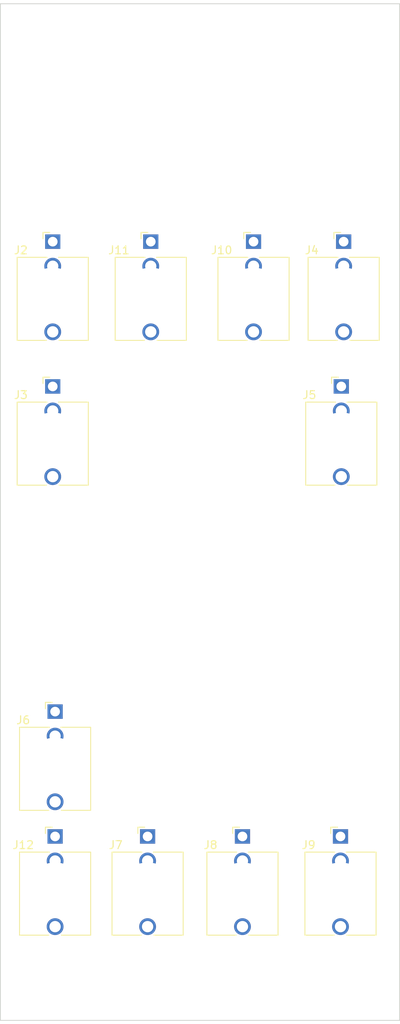
<source format=kicad_pcb>
(kicad_pcb (version 20221018) (generator pcbnew)
  (layers (0 "F.Cu" signal) (31 "B.Cu" signal) (34 "B.Paste" user) (35 "F.Paste" user) (36 "B.SilkS" user "B.Silkscreen") (37 "F.SilkS" user "F.Silkscreen") (38 "B.Mask" user) (39 "F.Mask" user) (44 "Edge.Cuts" user))
  (net 0 "")
  (net 1 "GND")
  (net 2 "Net-(J2-PadT)")
  (net 3 "Net-(J3-PadT)")
  (net 5 "Net-(J4-PadT)")
  (net 7 "Net-(J5-PadT)")
  (net 9 "Net-(J6-PadT)")
  (net 10 "Net-(J7-PadT)")
  (net 12 "Net-(J8-PadT)")
  (net 14 "Net-(J9-PadT)")
  (net 16 "Net-(J10-PadT)")
  (net 17 "Net-(J11-PadT)")
  (net 19 "Net-(J12-PadT)")
  (footprint "Connector_Audio:Jack_3.5mm_QingPu_WQP-PJ398SM_Vertical_CircularHoles" (layer "F.Cu") (at 175.8 54.72)
    (fp_text reference "J4" (at -4.03 1.08 180) (layer "F.SilkS"))
    (fp_text value "OUT2A")
    (fp_line (start -4.5 1.98) (end -4.5 12.48) (stroke (width 0.12)) (layer "F.SilkS"))
    (fp_line (start -1.23 -1.17) (end -1.23 -0.37) (stroke (width 0.12)) (layer "F.SilkS"))
    (fp_line (start -1.23 -1.17) (end -0.37 -1.17) (stroke (width 0.12)) (layer "F.SilkS"))
    (fp_line (start -0.8 12.48) (end -4.5 12.48) (stroke (width 0.12)) (layer "F.SilkS"))
    (fp_line (start -0.72 1.98) (end -4.5 1.98) (stroke (width 0.12)) (layer "F.SilkS"))
    (fp_line (start 4.5 1.98) (end 0.72 1.98) (stroke (width 0.12)) (layer "F.SilkS"))
    (fp_line (start 4.5 1.98) (end 4.5 12.48) (stroke (width 0.12)) (layer "F.SilkS"))
    (fp_line (start 4.5 12.48) (end 0.8 12.48) (stroke (width 0.12)) (layer "F.SilkS"))
    (fp_circle (center 0 6.48) (end 1.8 6.48) (stroke (width 0.12)) (fill none) (layer "F.SilkS"))
    (pad "S" thru_hole rect (at 0 0 180) (size 1.93 1.83) (drill 1.22) (layers "*.Cu" "*.Mask") (net 1 "GND"))
    (pad "T" thru_hole circle (at 0 11.4 180) (size 2.13 2.13) (drill 1.43) (layers "*.Cu" "*.Mask") (net 5 "Net-(J4-PadT)"))
    (pad "TN" thru_hole circle (at 0 3.1 180) (size 2.13 2.13) (drill 1.42) (layers "*.Cu" "*.Mask"))
  )
  (footprint "Connector_Audio:Jack_3.5mm_QingPu_WQP-PJ398SM_Vertical_CircularHoles" (layer "F.Cu") (at 139.3 114.12)
    (fp_text reference "J6" (at -4.03 1.08 180) (layer "F.SilkS"))
    (fp_text value "IN3")
    (fp_line (start -4.5 1.98) (end -4.5 12.48) (stroke (width 0.12)) (layer "F.SilkS"))
    (fp_line (start -1.23 -1.17) (end -1.23 -0.37) (stroke (width 0.12)) (layer "F.SilkS"))
    (fp_line (start -1.23 -1.17) (end -0.37 -1.17) (stroke (width 0.12)) (layer "F.SilkS"))
    (fp_line (start -0.8 12.48) (end -4.5 12.48) (stroke (width 0.12)) (layer "F.SilkS"))
    (fp_line (start -0.72 1.98) (end -4.5 1.98) (stroke (width 0.12)) (layer "F.SilkS"))
    (fp_line (start 4.5 1.98) (end 0.72 1.98) (stroke (width 0.12)) (layer "F.SilkS"))
    (fp_line (start 4.5 1.98) (end 4.5 12.48) (stroke (width 0.12)) (layer "F.SilkS"))
    (fp_line (start 4.5 12.48) (end 0.8 12.48) (stroke (width 0.12)) (layer "F.SilkS"))
    (fp_circle (center 0 6.48) (end 1.8 6.48) (stroke (width 0.12)) (fill none) (layer "F.SilkS"))
    (pad "S" thru_hole rect (at 0 0 180) (size 1.93 1.83) (drill 1.22) (layers "*.Cu" "*.Mask") (net 1 "GND"))
    (pad "T" thru_hole circle (at 0 11.4 180) (size 2.13 2.13) (drill 1.43) (layers "*.Cu" "*.Mask") (net 9 "Net-(J6-PadT)"))
    (pad "TN" thru_hole circle (at 0 3.1 180) (size 2.13 2.13) (drill 1.42) (layers "*.Cu" "*.Mask") (net 1 "GND"))
  )
  (footprint "Connector_Audio:Jack_3.5mm_QingPu_WQP-PJ398SM_Vertical_CircularHoles" (layer "F.Cu") (at 139.3 129.9)
    (fp_text reference "J12" (at -4.03 1.08 180) (layer "F.SilkS"))
    (fp_text value "OUT4C")
    (fp_line (start -4.5 1.98) (end -4.5 12.48) (stroke (width 0.12)) (layer "F.SilkS"))
    (fp_line (start -1.23 -1.17) (end -1.23 -0.37) (stroke (width 0.12)) (layer "F.SilkS"))
    (fp_line (start -1.23 -1.17) (end -0.37 -1.17) (stroke (width 0.12)) (layer "F.SilkS"))
    (fp_line (start -0.8 12.48) (end -4.5 12.48) (stroke (width 0.12)) (layer "F.SilkS"))
    (fp_line (start -0.72 1.98) (end -4.5 1.98) (stroke (width 0.12)) (layer "F.SilkS"))
    (fp_line (start 4.5 1.98) (end 0.72 1.98) (stroke (width 0.12)) (layer "F.SilkS"))
    (fp_line (start 4.5 1.98) (end 4.5 12.48) (stroke (width 0.12)) (layer "F.SilkS"))
    (fp_line (start 4.5 12.48) (end 0.8 12.48) (stroke (width 0.12)) (layer "F.SilkS"))
    (fp_circle (center 0 6.48) (end 1.8 6.48) (stroke (width 0.12)) (fill none) (layer "F.SilkS"))
    (pad "S" thru_hole rect (at 0 0 180) (size 1.93 1.83) (drill 1.22) (layers "*.Cu" "*.Mask") (net 1 "GND"))
    (pad "T" thru_hole circle (at 0 11.4 180) (size 2.13 2.13) (drill 1.43) (layers "*.Cu" "*.Mask") (net 19 "Net-(J12-PadT)"))
    (pad "TN" thru_hole circle (at 0 3.1 180) (size 2.13 2.13) (drill 1.42) (layers "*.Cu" "*.Mask"))
  )
  (footprint "Connector_Audio:Jack_3.5mm_QingPu_WQP-PJ398SM_Vertical_CircularHoles" (layer "F.Cu") (at 164.4 54.72)
    (fp_text reference "J10" (at -4.03 1.08 180) (layer "F.SilkS"))
    (fp_text value "IN1")
    (fp_line (start -4.5 1.98) (end -4.5 12.48) (stroke (width 0.12)) (layer "F.SilkS"))
    (fp_line (start -1.23 -1.17) (end -1.23 -0.37) (stroke (width 0.12)) (layer "F.SilkS"))
    (fp_line (start -1.23 -1.17) (end -0.37 -1.17) (stroke (width 0.12)) (layer "F.SilkS"))
    (fp_line (start -0.8 12.48) (end -4.5 12.48) (stroke (width 0.12)) (layer "F.SilkS"))
    (fp_line (start -0.72 1.98) (end -4.5 1.98) (stroke (width 0.12)) (layer "F.SilkS"))
    (fp_line (start 4.5 1.98) (end 0.72 1.98) (stroke (width 0.12)) (layer "F.SilkS"))
    (fp_line (start 4.5 1.98) (end 4.5 12.48) (stroke (width 0.12)) (layer "F.SilkS"))
    (fp_line (start 4.5 12.48) (end 0.8 12.48) (stroke (width 0.12)) (layer "F.SilkS"))
    (fp_circle (center 0 6.48) (end 1.8 6.48) (stroke (width 0.12)) (fill none) (layer "F.SilkS"))
    (pad "S" thru_hole rect (at 0 0 180) (size 1.93 1.83) (drill 1.22) (layers "*.Cu" "*.Mask") (net 1 "GND"))
    (pad "T" thru_hole circle (at 0 11.4 180) (size 2.13 2.13) (drill 1.43) (layers "*.Cu" "*.Mask") (net 16 "Net-(J10-PadT)"))
    (pad "TN" thru_hole circle (at 0 3.1 180) (size 2.13 2.13) (drill 1.42) (layers "*.Cu" "*.Mask") (net 1 "GND"))
  )
  (footprint "Connector_Audio:Jack_3.5mm_QingPu_WQP-PJ398SM_Vertical_CircularHoles" (layer "F.Cu") (at 151.4 54.72)
    (fp_text reference "J11" (at -4.03 1.08 180) (layer "F.SilkS"))
    (fp_text value "OUT2B")
    (fp_line (start -4.5 1.98) (end -4.5 12.48) (stroke (width 0.12)) (layer "F.SilkS"))
    (fp_line (start -1.23 -1.17) (end -1.23 -0.37) (stroke (width 0.12)) (layer "F.SilkS"))
    (fp_line (start -1.23 -1.17) (end -0.37 -1.17) (stroke (width 0.12)) (layer "F.SilkS"))
    (fp_line (start -0.8 12.48) (end -4.5 12.48) (stroke (width 0.12)) (layer "F.SilkS"))
    (fp_line (start -0.72 1.98) (end -4.5 1.98) (stroke (width 0.12)) (layer "F.SilkS"))
    (fp_line (start 4.5 1.98) (end 0.72 1.98) (stroke (width 0.12)) (layer "F.SilkS"))
    (fp_line (start 4.5 1.98) (end 4.5 12.48) (stroke (width 0.12)) (layer "F.SilkS"))
    (fp_line (start 4.5 12.48) (end 0.8 12.48) (stroke (width 0.12)) (layer "F.SilkS"))
    (fp_circle (center 0 6.48) (end 1.8 6.48) (stroke (width 0.12)) (fill none) (layer "F.SilkS"))
    (pad "S" thru_hole rect (at 0 0 180) (size 1.93 1.83) (drill 1.22) (layers "*.Cu" "*.Mask") (net 1 "GND"))
    (pad "T" thru_hole circle (at 0 11.4 180) (size 2.13 2.13) (drill 1.43) (layers "*.Cu" "*.Mask") (net 17 "Net-(J11-PadT)"))
    (pad "TN" thru_hole circle (at 0 3.1 180) (size 2.13 2.13) (drill 1.42) (layers "*.Cu" "*.Mask"))
  )
  (footprint "Connector_Audio:Jack_3.5mm_QingPu_WQP-PJ398SM_Vertical_CircularHoles" (layer "F.Cu") (at 163 129.9)
    (fp_text reference "J8" (at -4.03 1.08 180) (layer "F.SilkS"))
    (fp_text value "OUT2C")
    (fp_line (start -4.5 1.98) (end -4.5 12.48) (stroke (width 0.12)) (layer "F.SilkS"))
    (fp_line (start -1.23 -1.17) (end -1.23 -0.37) (stroke (width 0.12)) (layer "F.SilkS"))
    (fp_line (start -1.23 -1.17) (end -0.37 -1.17) (stroke (width 0.12)) (layer "F.SilkS"))
    (fp_line (start -0.8 12.48) (end -4.5 12.48) (stroke (width 0.12)) (layer "F.SilkS"))
    (fp_line (start -0.72 1.98) (end -4.5 1.98) (stroke (width 0.12)) (layer "F.SilkS"))
    (fp_line (start 4.5 1.98) (end 0.72 1.98) (stroke (width 0.12)) (layer "F.SilkS"))
    (fp_line (start 4.5 1.98) (end 4.5 12.48) (stroke (width 0.12)) (layer "F.SilkS"))
    (fp_line (start 4.5 12.48) (end 0.8 12.48) (stroke (width 0.12)) (layer "F.SilkS"))
    (fp_circle (center 0 6.48) (end 1.8 6.48) (stroke (width 0.12)) (fill none) (layer "F.SilkS"))
    (pad "S" thru_hole rect (at 0 0 180) (size 1.93 1.83) (drill 1.22) (layers "*.Cu" "*.Mask") (net 1 "GND"))
    (pad "T" thru_hole circle (at 0 11.4 180) (size 2.13 2.13) (drill 1.43) (layers "*.Cu" "*.Mask") (net 12 "Net-(J8-PadT)"))
    (pad "TN" thru_hole circle (at 0 3.1 180) (size 2.13 2.13) (drill 1.42) (layers "*.Cu" "*.Mask"))
  )
  (footprint "Connector_Audio:Jack_3.5mm_QingPu_WQP-PJ398SM_Vertical_CircularHoles" (layer "F.Cu") (at 151 129.9)
    (fp_text reference "J7" (at -4.03 1.08 180) (layer "F.SilkS"))
    (fp_text value "OUT3C")
    (fp_line (start -4.5 1.98) (end -4.5 12.48) (stroke (width 0.12)) (layer "F.SilkS"))
    (fp_line (start -1.23 -1.17) (end -1.23 -0.37) (stroke (width 0.12)) (layer "F.SilkS"))
    (fp_line (start -1.23 -1.17) (end -0.37 -1.17) (stroke (width 0.12)) (layer "F.SilkS"))
    (fp_line (start -0.8 12.48) (end -4.5 12.48) (stroke (width 0.12)) (layer "F.SilkS"))
    (fp_line (start -0.72 1.98) (end -4.5 1.98) (stroke (width 0.12)) (layer "F.SilkS"))
    (fp_line (start 4.5 1.98) (end 0.72 1.98) (stroke (width 0.12)) (layer "F.SilkS"))
    (fp_line (start 4.5 1.98) (end 4.5 12.48) (stroke (width 0.12)) (layer "F.SilkS"))
    (fp_line (start 4.5 12.48) (end 0.8 12.48) (stroke (width 0.12)) (layer "F.SilkS"))
    (fp_circle (center 0 6.48) (end 1.8 6.48) (stroke (width 0.12)) (fill none) (layer "F.SilkS"))
    (pad "S" thru_hole rect (at 0 0 180) (size 1.93 1.83) (drill 1.22) (layers "*.Cu" "*.Mask") (net 1 "GND"))
    (pad "T" thru_hole circle (at 0 11.4 180) (size 2.13 2.13) (drill 1.43) (layers "*.Cu" "*.Mask") (net 10 "Net-(J7-PadT)"))
    (pad "TN" thru_hole circle (at 0 3.1 180) (size 2.13 2.13) (drill 1.42) (layers "*.Cu" "*.Mask"))
  )
  (footprint "Connector_Audio:Jack_3.5mm_QingPu_WQP-PJ398SM_Vertical_CircularHoles" (layer "F.Cu") (at 175.5 73.02)
    (fp_text reference "J5" (at -4.03 1.08 180) (layer "F.SilkS"))
    (fp_text value "OUT1A")
    (fp_line (start -4.5 1.98) (end -4.5 12.48) (stroke (width 0.12)) (layer "F.SilkS"))
    (fp_line (start -1.23 -1.17) (end -1.23 -0.37) (stroke (width 0.12)) (layer "F.SilkS"))
    (fp_line (start -1.23 -1.17) (end -0.37 -1.17) (stroke (width 0.12)) (layer "F.SilkS"))
    (fp_line (start -0.8 12.48) (end -4.5 12.48) (stroke (width 0.12)) (layer "F.SilkS"))
    (fp_line (start -0.72 1.98) (end -4.5 1.98) (stroke (width 0.12)) (layer "F.SilkS"))
    (fp_line (start 4.5 1.98) (end 0.72 1.98) (stroke (width 0.12)) (layer "F.SilkS"))
    (fp_line (start 4.5 1.98) (end 4.5 12.48) (stroke (width 0.12)) (layer "F.SilkS"))
    (fp_line (start 4.5 12.48) (end 0.8 12.48) (stroke (width 0.12)) (layer "F.SilkS"))
    (fp_circle (center 0 6.48) (end 1.8 6.48) (stroke (width 0.12)) (fill none) (layer "F.SilkS"))
    (pad "S" thru_hole rect (at 0 0 180) (size 1.93 1.83) (drill 1.22) (layers "*.Cu" "*.Mask") (net 1 "GND"))
    (pad "T" thru_hole circle (at 0 11.4 180) (size 2.13 2.13) (drill 1.43) (layers "*.Cu" "*.Mask") (net 7 "Net-(J5-PadT)"))
    (pad "TN" thru_hole circle (at 0 3.1 180) (size 2.13 2.13) (drill 1.42) (layers "*.Cu" "*.Mask"))
  )
  (footprint "Custom_Footprints:Sub_Miniature_Switch_MountingHole_3.5mm" (layer "F.Cu") (at 175.8 61.2)
    (fp_text reference "Ref**" hide)
    (fp_text value "Subminiature_Switch" hide)
    (pad "" np_thru_hole circle (at 0 0) (size 6.4 6.4) (drill 6.4) (layers "*.Cu" "*.Mask"))
  )
  (footprint "MountingHole:MountingHole_3.2mm_M3" (layer "F.Cu") (at 139.88 150.15)
    (fp_text reference "REF**" hide)
    (fp_text value "MountingHole_3.2mm_M3" hide)
    (pad "" np_thru_hole oval (at 0 0) (size 7 3.2) (drill oval 7 3.2) (layers "*.Cu" "*.Mask"))
  )
  (footprint "Connector_Audio:Jack_3.5mm_QingPu_WQP-PJ398SM_Vertical_CircularHoles" (layer "F.Cu") (at 175.4 129.9)
    (fp_text reference "J9" (at -4.03 1.08 180) (layer "F.SilkS"))
    (fp_text value "OUT1C")
    (fp_line (start -4.5 1.98) (end -4.5 12.48) (stroke (width 0.12)) (layer "F.SilkS"))
    (fp_line (start -1.23 -1.17) (end -1.23 -0.37) (stroke (width 0.12)) (layer "F.SilkS"))
    (fp_line (start -1.23 -1.17) (end -0.37 -1.17) (stroke (width 0.12)) (layer "F.SilkS"))
    (fp_line (start -0.8 12.48) (end -4.5 12.48) (stroke (width 0.12)) (layer "F.SilkS"))
    (fp_line (start -0.72 1.98) (end -4.5 1.98) (stroke (width 0.12)) (layer "F.SilkS"))
    (fp_line (start 4.5 1.98) (end 0.72 1.98) (stroke (width 0.12)) (layer "F.SilkS"))
    (fp_line (start 4.5 1.98) (end 4.5 12.48) (stroke (width 0.12)) (layer "F.SilkS"))
    (fp_line (start 4.5 12.48) (end 0.8 12.48) (stroke (width 0.12)) (layer "F.SilkS"))
    (fp_circle (center 0 6.48) (end 1.8 6.48) (stroke (width 0.12)) (fill none) (layer "F.SilkS"))
    (pad "S" thru_hole rect (at 0 0 180) (size 1.93 1.83) (drill 1.22) (layers "*.Cu" "*.Mask") (net 1 "GND"))
    (pad "T" thru_hole circle (at 0 11.4 180) (size 2.13 2.13) (drill 1.43) (layers "*.Cu" "*.Mask") (net 14 "Net-(J9-PadT)"))
    (pad "TN" thru_hole circle (at 0 3.1 180) (size 2.13 2.13) (drill 1.42) (layers "*.Cu" "*.Mask"))
  )
  (footprint "Custom_Footprints:Sub_Miniature_Switch_MountingHole_3.5mm" (layer "F.Cu") (at 139.3 136.38)
    (fp_text reference "Ref**" hide)
    (fp_text value "Subminiature_Switch" hide)
    (pad "" np_thru_hole circle (at 0 0) (size 6.4 6.4) (drill 6.4) (layers "*.Cu" "*.Mask"))
  )
  (footprint "Custom_Footprints:Sub_Miniature_Switch_MountingHole_3.5mm" (layer "F.Cu") (at 175.4 136.38)
    (fp_text reference "Ref**" hide)
    (fp_text value "Subminiature_Switch" hide)
    (pad "" np_thru_hole circle (at 0 0) (size 6.4 6.4) (drill 6.4) (layers "*.Cu" "*.Mask"))
  )
  (footprint "Custom_Footprints:Sub_Miniature_Switch_MountingHole_3.5mm" (layer "F.Cu") (at 139.3 120.6)
    (fp_text reference "Ref**" hide)
    (fp_text value "Subminiature_Switch" hide)
    (pad "" np_thru_hole circle (at 0 0) (size 6.4 6.4) (drill 6.4) (layers "*.Cu" "*.Mask"))
  )
  (footprint "Connector_Audio:Jack_3.5mm_QingPu_WQP-PJ398SM_Vertical_CircularHoles" (layer "F.Cu") (at 139 73.02)
    (fp_text reference "J3" (at -4.03 1.08 180) (layer "F.SilkS"))
    (fp_text value "OUT1A")
    (fp_line (start -4.5 1.98) (end -4.5 12.48) (stroke (width 0.12)) (layer "F.SilkS"))
    (fp_line (start -1.23 -1.17) (end -1.23 -0.37) (stroke (width 0.12)) (layer "F.SilkS"))
    (fp_line (start -1.23 -1.17) (end -0.37 -1.17) (stroke (width 0.12)) (layer "F.SilkS"))
    (fp_line (start -0.8 12.48) (end -4.5 12.48) (stroke (width 0.12)) (layer "F.SilkS"))
    (fp_line (start -0.72 1.98) (end -4.5 1.98) (stroke (width 0.12)) (layer "F.SilkS"))
    (fp_line (start 4.5 1.98) (end 0.72 1.98) (stroke (width 0.12)) (layer "F.SilkS"))
    (fp_line (start 4.5 1.98) (end 4.5 12.48) (stroke (width 0.12)) (layer "F.SilkS"))
    (fp_line (start 4.5 12.48) (end 0.8 12.48) (stroke (width 0.12)) (layer "F.SilkS"))
    (fp_circle (center 0 6.48) (end 1.8 6.48) (stroke (width 0.12)) (fill none) (layer "F.SilkS"))
    (pad "S" thru_hole rect (at 0 0 180) (size 1.93 1.83) (drill 1.22) (layers "*.Cu" "*.Mask") (net 1 "GND"))
    (pad "T" thru_hole circle (at 0 11.4 180) (size 2.13 2.13) (drill 1.43) (layers "*.Cu" "*.Mask") (net 3 "Net-(J3-PadT)"))
    (pad "TN" thru_hole circle (at 0 3.1 180) (size 2.13 2.13) (drill 1.42) (layers "*.Cu" "*.Mask"))
  )
  (footprint "MountingHole:MountingHole_3.2mm_M3" (layer "F.Cu") (at 175.44 27.65)
    (fp_text reference "REF**" hide)
    (fp_text value "MountingHole_3.2mm_M3" hide)
    (pad "" np_thru_hole oval (at 0 0) (size 7 3.2) (drill oval 7 3.2) (layers "*.Cu" "*.Mask"))
  )
  (footprint "Connector_Audio:Jack_3.5mm_QingPu_WQP-PJ398SM_Vertical_CircularHoles" (layer "F.Cu") (at 139 54.72)
    (fp_text reference "J2" (at -4.03 1.08 180) (layer "F.SilkS"))
    (fp_text value "IN2")
    (fp_line (start -4.5 1.98) (end -4.5 12.48) (stroke (width 0.12)) (layer "F.SilkS"))
    (fp_line (start -1.23 -1.17) (end -1.23 -0.37) (stroke (width 0.12)) (layer "F.SilkS"))
    (fp_line (start -1.23 -1.17) (end -0.37 -1.17) (stroke (width 0.12)) (layer "F.SilkS"))
    (fp_line (start -0.8 12.48) (end -4.5 12.48) (stroke (width 0.12)) (layer "F.SilkS"))
    (fp_line (start -0.72 1.98) (end -4.5 1.98) (stroke (width 0.12)) (layer "F.SilkS"))
    (fp_line (start 4.5 1.98) (end 0.72 1.98) (stroke (width 0.12)) (layer "F.SilkS"))
    (fp_line (start 4.5 1.98) (end 4.5 12.48) (stroke (width 0.12)) (layer "F.SilkS"))
    (fp_line (start 4.5 12.48) (end 0.8 12.48) (stroke (width 0.12)) (layer "F.SilkS"))
    (fp_circle (center 0 6.48) (end 1.8 6.48) (stroke (width 0.12)) (fill none) (layer "F.SilkS"))
    (pad "S" thru_hole rect (at 0 0 180) (size 1.93 1.83) (drill 1.22) (layers "*.Cu" "*.Mask") (net 1 "GND"))
    (pad "T" thru_hole circle (at 0 11.4 180) (size 2.13 2.13) (drill 1.43) (layers "*.Cu" "*.Mask") (net 2 "Net-(J2-PadT)"))
    (pad "TN" thru_hole circle (at 0 3.1 180) (size 2.13 2.13) (drill 1.42) (layers "*.Cu" "*.Mask") (net 1 "GND"))
  )
  (footprint "Custom_Footprints:Sub_Miniature_Switch_MountingHole_3.5mm" (layer "F.Cu") (at 151.4 61.2)
    (fp_text reference "Ref**" hide)
    (fp_text value "Subminiature_Switch" hide)
    (pad "" np_thru_hole circle (at 0 0) (size 6.4 6.4) (drill 6.4) (layers "*.Cu" "*.Mask"))
  )
  (footprint "MountingHole:MountingHole_3.2mm_M3" (layer "F.Cu") (at 139.88 27.65)
    (fp_text reference "REF**" hide)
    (fp_text value "MountingHole_3.2mm_M3" hide)
    (pad "" np_thru_hole oval (at 0 0) (size 7 3.2) (drill oval 7 3.2) (layers "*.Cu" "*.Mask"))
  )
  (footprint "Custom_Footprints:Sub_Miniature_Switch_MountingHole_3.5mm" (layer "F.Cu") (at 151 136.38)
    (fp_text reference "Ref**" hide)
    (fp_text value "Subminiature_Switch" hide)
    (pad "" np_thru_hole circle (at 0 0) (size 6.4 6.4) (drill 6.4) (layers "*.Cu" "*.Mask"))
  )
  (footprint "Custom_Footprints:Sub_Miniature_Switch_MountingHole_3.5mm" (layer "F.Cu") (at 175.5 79.5)
    (fp_text reference "Ref**" hide)
    (fp_text value "Subminiature_Switch" hide)
    (pad "" np_thru_hole circle (at 0 0) (size 6.4 6.4) (drill 6.4) (layers "*.Cu" "*.Mask"))
  )
  (footprint "Custom_Footprints:Sub_Miniature_Switch_MountingHole_3.5mm" (layer "F.Cu") (at 164.4 61.2)
    (fp_text reference "Ref**" hide)
    (fp_text value "Subminiature_Switch" hide)
    (pad "" np_thru_hole circle (at 0 0) (size 6.4 6.4) (drill 6.4) (layers "*.Cu" "*.Mask"))
  )
  (footprint "MountingHole:MountingHole_3.2mm_M3" (layer "F.Cu") (at 175.44 150.15)
    (fp_text reference "REF**" hide)
    (fp_text value "MountingHole_3.2mm_M3" hide)
    (pad "" np_thru_hole oval (at 0 0) (size 7 3.2) (drill oval 7 3.2) (layers "*.Cu" "*.Mask"))
  )
  (footprint "Custom_Footprints:Sub_Miniature_Switch_MountingHole_3.5mm" (layer "F.Cu") (at 139 61.2)
    (fp_text reference "Ref**" hide)
    (fp_text value "Subminiature_Switch" hide)
    (pad "" np_thru_hole circle (at 0 0) (size 6.4 6.4) (drill 6.4) (layers "*.Cu" "*.Mask"))
  )
  (footprint "Custom_Footprints:Sub_Miniature_Switch_MountingHole_3.5mm" (layer "F.Cu") (at 139 79.5)
    (fp_text reference "Ref**" hide)
    (fp_text value "Subminiature_Switch" hide)
    (pad "" np_thru_hole circle (at 0 0) (size 6.4 6.4) (drill 6.4) (layers "*.Cu" "*.Mask"))
  )
  (footprint "Custom_Footprints:Sub_Miniature_Switch_MountingHole_3.5mm" (layer "F.Cu") (at 163 136.38)
    (fp_text reference "Ref**" hide)
    (fp_text value "Subminiature_Switch" hide)
    (pad "" np_thru_hole circle (at 0 0) (size 6.4 6.4) (drill 6.4) (layers "*.Cu" "*.Mask"))
  )
  (gr_line (start 132.38 153.15) (end 132.38 24.65) (stroke (width 0.1)) (layer "Edge.Cuts"))
  (gr_line (start 182.88 153.15) (end 132.38 153.15) (stroke (width 0.1)) (layer "Edge.Cuts"))
  (gr_line (start 182.88 24.65) (end 182.88 153.15) (stroke (width 0.1)) (layer "Edge.Cuts"))
  (gr_line (start 132.38 24.65) (end 182.88 24.65) (stroke (width 0.1)) (layer "Edge.Cuts"))
)
</source>
